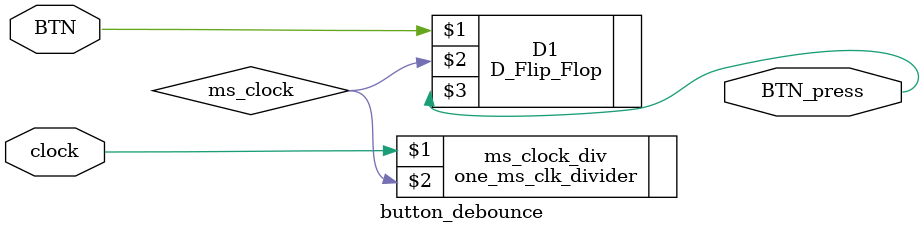
<source format=v>
`timescale 1ns / 1ps




// USED CIRCUIT SCHEMATIC FROM https://allaboutfpga.com/vhdl-code-for-debounce-circuit-in-fpga/



module button_debounce(
    input BTN,
    input clock,
    output BTN_press
    );
    
    wire ms_clock;
    wire Q1,Q2,Q3;
    
    one_ms_clk_divider ms_clock_div(clock,ms_clock);
    D_Flip_Flop D1(BTN, ms_clock,BTN_press);
    //D_Flip_Flop D2(Q1,seconds_clock,Q2);
    //D_Flip_Flop D3(Q2,seconds_clock,Q3);
    //and(BTN_press, Q1,Q2,Q3);
    
    
    /*always @(seconds_clock) begin
        Q1 <= BTN;
        Q2 <= Q1;
        Q3 <= Q2;
    end*/

    
endmodule

</source>
